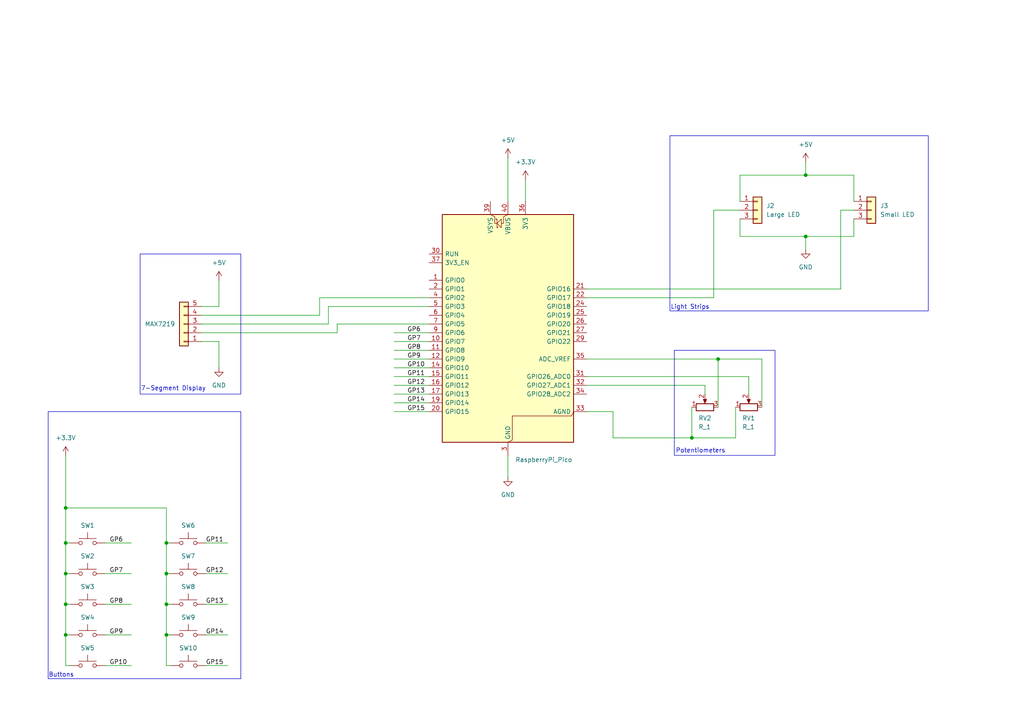
<source format=kicad_sch>
(kicad_sch (version 20250114) (generator "eeschema") (generator_version "9.0")
  (paper "A4")
  (lib_symbols
    (symbol "Connector_Generic:Conn_01x03" (pin_names (offset 1.016) (hide yes))
      (property "Reference" "J" (at 0 5.08 0))
      (property "Value" "Conn_01x03" (at 0 -5.08 0))
      (symbol "Conn_01x03_1_1"
        (rectangle (start -1.27 3.81) (end 1.27 -3.81) (stroke (width 0.254)) (fill (type background)))
        (rectangle (start -1.27 2.667) (end 0 2.413) (stroke (width 0.1524)))
        (rectangle (start -1.27 0.127) (end 0 -0.127) (stroke (width 0.1524)))
        (rectangle (start -1.27 -2.413) (end 0 -2.667) (stroke (width 0.1524)))
        (pin passive line (at -5.08 2.54 0) (length 3.81) (name "Pin_1") (number "1"))
        (pin passive line (at -5.08 0 0) (length 3.81) (name "Pin_2") (number "2"))
        (pin passive line (at -5.08 -2.54 0) (length 3.81) (name "Pin_3") (number "3"))
      )
    )
    (symbol "Connector_Generic:Conn_01x05" (pin_names (offset 1.016) (hide yes))
      (property "Reference" "J" (at 0 7.62 0))
      (property "Value" "Conn_01x05" (at 0 -7.62 0))
      (symbol "Conn_01x05_1_1"
        (rectangle (start -1.27 6.35) (end 1.27 -6.35) (stroke (width 0.254)) (fill (type background)))
        (rectangle (start -1.27 5.207) (end 0 4.953) (stroke (width 0.1524)))
        (rectangle (start -1.27 2.667) (end 0 2.413) (stroke (width 0.1524)))
        (rectangle (start -1.27 0.127) (end 0 -0.127) (stroke (width 0.1524)))
        (rectangle (start -1.27 -2.413) (end 0 -2.667) (stroke (width 0.1524)))
        (rectangle (start -1.27 -4.953) (end 0 -5.207) (stroke (width 0.1524)))
        (pin passive line (at -5.08 5.08 0) (length 3.81) (name "Pin_1") (number "1"))
        (pin passive line (at -5.08 2.54 0) (length 3.81) (name "Pin_2") (number "2"))
        (pin passive line (at -5.08 0 0) (length 3.81) (name "Pin_3") (number "3"))
        (pin passive line (at -5.08 -2.54 0) (length 3.81) (name "Pin_4") (number "4"))
        (pin passive line (at -5.08 -5.08 0) (length 3.81) (name "Pin_5") (number "5"))
      )
    )
    (symbol "Device:R_Potentiometer" (pin_names (offset 1.016) (hide yes))
      (property "Reference" "RV" (at -4.445 0 90))
      (property "Value" "R_Potentiometer" (at -2.54 0 90))
      (symbol "R_Potentiometer_0_1"
        (rectangle (start 1.016 2.54) (end -1.016 -2.54) (stroke (width 0.254)))
        (polyline (pts (xy 1.143 0) (xy 2.286 0.508) (xy 2.286 -0.508) (xy 1.143 0)) (fill (type outline)))
        (polyline (pts (xy 2.54 0) (xy 1.524 0)))
      )
      (symbol "R_Potentiometer_1_1"
        (pin passive line (at 0 3.81 270) (length 1.27) (name "1") (number "1"))
        (pin passive line (at 0 -3.81 90) (length 1.27) (name "3") (number "3"))
        (pin passive line (at 3.81 0 180) (length 1.27) (name "2") (number "2"))
      )
    )
    (symbol "MCU_Module:RaspberryPi_Pico" (pin_names (offset 0.762))
      (property "Reference" "A" (at -19.05 35.56 0))
      (property "Value" "RaspberryPi_Pico" (at 7.62 35.56 0))
      (symbol "RaspberryPi_Pico_0_1"
        (rectangle (start -19.05 34.29) (end 19.05 -31.75) (stroke (width 0.254)) (fill (type background)))
        (polyline (pts (xy -5.08 34.29) (xy -3.81 33.655) (xy -3.81 31.75) (xy -3.175 31.75)))
        (polyline (pts (xy -3.429 32.766) (xy -3.429 33.02) (xy -3.175 33.02) (xy -3.175 30.48) (xy -2.921 30.48) (xy -2.921 30.734)))
        (polyline (pts (xy -3.175 31.75) (xy -1.905 33.02) (xy -1.905 30.48) (xy -3.175 31.75)))
        (polyline (pts (xy 0 34.29) (xy -1.27 33.655) (xy -1.27 31.75) (xy -1.905 31.75)))
        (polyline (pts (xy 0 -31.75) (xy 1.27 -31.115) (xy 1.27 -24.13) (xy 18.415 -24.13) (xy 19.05 -22.86)))
      )
      (symbol "RaspberryPi_Pico_1_1"
        (pin passive line (at -22.86 22.86 0) (length 3.81) (name "RUN") (number "30"))
        (pin passive line (at -22.86 20.32 0) (length 3.81) (name "3V3_EN") (number "37"))
        (pin bidirectional line (at -22.86 15.24 0) (length 3.81) (name "GPIO0") (number "1"))
        (pin bidirectional line (at -22.86 12.7 0) (length 3.81) (name "GPIO1") (number "2"))
        (pin bidirectional line (at -22.86 10.16 0) (length 3.81) (name "GPIO2") (number "4"))
        (pin bidirectional line (at -22.86 7.62 0) (length 3.81) (name "GPIO3") (number "5"))
        (pin bidirectional line (at -22.86 5.08 0) (length 3.81) (name "GPIO4") (number "6"))
        (pin bidirectional line (at -22.86 2.54 0) (length 3.81) (name "GPIO5") (number "7"))
        (pin bidirectional line (at -22.86 0 0) (length 3.81) (name "GPIO6") (number "9"))
        (pin bidirectional line (at -22.86 -2.54 0) (length 3.81) (name "GPIO7") (number "10"))
        (pin bidirectional line (at -22.86 -5.08 0) (length 3.81) (name "GPIO8") (number "11"))
        (pin bidirectional line (at -22.86 -7.62 0) (length 3.81) (name "GPIO9") (number "12"))
        (pin bidirectional line (at -22.86 -10.16 0) (length 3.81) (name "GPIO10") (number "14"))
        (pin bidirectional line (at -22.86 -12.7 0) (length 3.81) (name "GPIO11") (number "15"))
        (pin bidirectional line (at -22.86 -15.24 0) (length 3.81) (name "GPIO12") (number "16"))
        (pin bidirectional line (at -22.86 -17.78 0) (length 3.81) (name "GPIO13") (number "17"))
        (pin bidirectional line (at -22.86 -20.32 0) (length 3.81) (name "GPIO14") (number "19"))
        (pin bidirectional line (at -22.86 -22.86 0) (length 3.81) (name "GPIO15") (number "20"))
        (pin power_in line (at -5.08 38.1 270) (length 3.81) (name "VSYS") (number "39"))
        (pin power_out line (at 0 38.1 270) (length 3.81) (name "VBUS") (number "40"))
        (pin passive line (at 0 -35.56 90) (length 3.81) (hide yes) (name "GND") (number "13"))
        (pin passive line (at 0 -35.56 90) (length 3.81) (hide yes) (name "GND") (number "18"))
        (pin passive line (at 0 -35.56 90) (length 3.81) (hide yes) (name "GND") (number "23"))
        (pin passive line (at 0 -35.56 90) (length 3.81) (hide yes) (name "GND") (number "28"))
        (pin power_out line (at 0 -35.56 90) (length 3.81) (name "GND") (number "3"))
        (pin passive line (at 0 -35.56 90) (length 3.81) (hide yes) (name "GND") (number "38"))
        (pin passive line (at 0 -35.56 90) (length 3.81) (hide yes) (name "GND") (number "8"))
        (pin power_out line (at 5.08 38.1 270) (length 3.81) (name "3V3") (number "36"))
        (pin bidirectional line (at 22.86 12.7 180) (length 3.81) (name "GPIO16") (number "21"))
        (pin bidirectional line (at 22.86 10.16 180) (length 3.81) (name "GPIO17") (number "22"))
        (pin bidirectional line (at 22.86 7.62 180) (length 3.81) (name "GPIO18") (number "24"))
        (pin bidirectional line (at 22.86 5.08 180) (length 3.81) (name "GPIO19") (number "25"))
        (pin bidirectional line (at 22.86 2.54 180) (length 3.81) (name "GPIO20") (number "26"))
        (pin bidirectional line (at 22.86 0 180) (length 3.81) (name "GPIO21") (number "27"))
        (pin bidirectional line (at 22.86 -2.54 180) (length 3.81) (name "GPIO22") (number "29"))
        (pin power_in line (at 22.86 -7.62 180) (length 3.81) (name "ADC_VREF") (number "35"))
        (pin bidirectional line (at 22.86 -12.7 180) (length 3.81) (name "GPIO26_ADC0") (number "31"))
        (pin bidirectional line (at 22.86 -15.24 180) (length 3.81) (name "GPIO27_ADC1") (number "32"))
        (pin bidirectional line (at 22.86 -17.78 180) (length 3.81) (name "GPIO28_ADC2") (number "34"))
        (pin power_out line (at 22.86 -22.86 180) (length 3.81) (name "AGND") (number "33"))
      )
    )
    (symbol "Switch:SW_Push" (pin_numbers (hide yes)) (pin_names (offset 1.016) (hide yes))
      (property "Reference" "SW" (at 1.27 2.54 0))
      (property "Value" "SW_Push" (at 0 -1.524 0))
      (symbol "SW_Push_0_1"
        (circle (center -2.032 0) (radius 0.508))
        (polyline (pts (xy 0 1.27) (xy 0 3.048)))
        (circle (center 2.032 0) (radius 0.508))
        (polyline (pts (xy 2.54 1.27) (xy -2.54 1.27)))
        (pin passive line (at -5.08 0 0) (length 2.54) (name "1") (number "1"))
        (pin passive line (at 5.08 0 180) (length 2.54) (name "2") (number "2"))
      )
    )
    (symbol "power:+3.3V" (power) (pin_numbers (hide yes)) (pin_names (offset 0) (hide yes))
      (property "Value" "+3.3V" (at 0 3.556 0))
      (symbol "+3.3V_0_1"
        (polyline (pts (xy -0.762 1.27) (xy 0 2.54)))
        (polyline (pts (xy 0 2.54) (xy 0.762 1.27)))
        (polyline (pts (xy 0 0) (xy 0 2.54)))
      )
      (symbol "+3.3V_1_1"
        (pin power_in line (at 0 0 90) (length 0) (name "~") (number "1"))
      )
    )
    (symbol "power:+5V" (power) (pin_numbers (hide yes)) (pin_names (offset 0) (hide yes))
      (property "Value" "+5V" (at 0 3.556 0))
      (symbol "+5V_0_1"
        (polyline (pts (xy -0.762 1.27) (xy 0 2.54)))
        (polyline (pts (xy 0 2.54) (xy 0.762 1.27)))
        (polyline (pts (xy 0 0) (xy 0 2.54)))
      )
      (symbol "+5V_1_1"
        (pin power_in line (at 0 0 90) (length 0) (name "~") (number "1"))
      )
    )
    (symbol "power:GND" (power) (pin_numbers (hide yes)) (pin_names (offset 0) (hide yes))
      (property "Value" "GND" (at 0 -3.81 0))
      (symbol "GND_0_1"
        (polyline (pts (xy 0 0) (xy 0 -1.27) (xy 1.27 -1.27) (xy 0 -2.54) (xy -1.27 -1.27) (xy 0 -1.27)))
      )
      (symbol "GND_1_1"
        (pin power_in line (at 0 0 270) (length 0) (name "~") (number "1"))
      )
    )
    (symbol "power:VCC" (power) (pin_numbers (hide yes)) (pin_names (offset 0) (hide yes))
      (property "Value" "VCC" (at 0 3.556 0))
      (symbol "VCC_0_1"
        (polyline (pts (xy -0.762 1.27) (xy 0 2.54)))
        (polyline (pts (xy 0 2.54) (xy 0.762 1.27)))
        (polyline (pts (xy 0 0) (xy 0 2.54)))
      )
      (symbol "VCC_1_1"
        (pin power_in line (at 0 0 90) (length 0) (name "~") (number "1"))
      )
    )
  )
  (rectangle (start 195.58 101.6) (end 224.79 132.08))
  (rectangle (start 40.64 73.66) (end 69.85 114.3))
  (rectangle (start 194.31 39.37) (end 269.24 90.17))
  (rectangle (start 13.97 119.38) (end 69.85 196.85))
  (text "Buttons" (at 17.78 195.834 0) (effects (font (size 1.27 1.27))))
  (text "Light Strips" (at 200.152 89.154 0) (effects (font (size 1.27 1.27))))
  (text "7-Segment Display" (at 50.292 112.776 0) (effects (font (size 1.27 1.27))))
  (text "Potentiometers" (at 203.2 130.81 0) (effects (font (size 1.27 1.27))))
  (junction (at 208.28 104.14))
  (junction (at 233.68 50.8))
  (junction (at 48.26 175.26))
  (junction (at 233.68 68.58))
  (junction (at 19.05 184.15))
  (junction (at 19.05 147.32))
  (junction (at 200.66 127))
  (junction (at 19.05 157.48))
  (junction (at 48.26 184.15))
  (junction (at 19.05 175.26))
  (junction (at 19.05 166.37))
  (junction (at 48.26 166.37))
  (junction (at 48.26 157.48))
  (wire (pts (xy 19.05 132.08) (xy 19.05 147.32)))
  (wire (pts (xy 114.3 109.22) (xy 124.46 109.22)))
  (wire (pts (xy 30.48 175.26) (xy 38.1 175.26)))
  (wire (pts (xy 95.25 88.9) (xy 124.46 88.9)))
  (wire (pts (xy 19.05 193.04) (xy 20.32 193.04)))
  (wire (pts (xy 19.05 147.32) (xy 19.05 157.48)))
  (wire (pts (xy 233.68 50.8) (xy 247.65 50.8)))
  (wire (pts (xy 247.65 60.96) (xy 243.84 60.96)))
  (wire (pts (xy 48.26 157.48) (xy 49.53 157.48)))
  (wire (pts (xy 48.26 175.26) (xy 48.26 184.15)))
  (wire (pts (xy 19.05 175.26) (xy 20.32 175.26)))
  (wire (pts (xy 59.69 157.48) (xy 66.04 157.48)))
  (wire (pts (xy 147.32 132.08) (xy 147.32 138.43)))
  (wire (pts (xy 214.63 50.8) (xy 214.63 58.42)))
  (wire (pts (xy 233.68 68.58) (xy 247.65 68.58)))
  (wire (pts (xy 177.8 119.38) (xy 177.8 127)))
  (wire (pts (xy 147.32 45.72) (xy 147.32 58.42)))
  (wire (pts (xy 48.26 193.04) (xy 49.53 193.04)))
  (wire (pts (xy 114.3 101.6) (xy 124.46 101.6)))
  (wire (pts (xy 48.26 166.37) (xy 48.26 175.26)))
  (wire (pts (xy 59.69 193.04) (xy 66.04 193.04)))
  (wire (pts (xy 59.69 166.37) (xy 66.04 166.37)))
  (wire (pts (xy 95.25 93.98) (xy 95.25 88.9)))
  (wire (pts (xy 63.5 88.9) (xy 58.42 88.9)))
  (wire (pts (xy 58.42 91.44) (xy 92.71 91.44)))
  (wire (pts (xy 30.48 184.15) (xy 38.1 184.15)))
  (wire (pts (xy 200.66 118.11) (xy 200.66 127)))
  (wire (pts (xy 48.26 184.15) (xy 49.53 184.15)))
  (wire (pts (xy 48.26 175.26) (xy 49.53 175.26)))
  (wire (pts (xy 19.05 147.32) (xy 48.26 147.32)))
  (wire (pts (xy 30.48 166.37) (xy 38.1 166.37)))
  (wire (pts (xy 48.26 157.48) (xy 48.26 166.37)))
  (wire (pts (xy 114.3 96.52) (xy 124.46 96.52)))
  (wire (pts (xy 19.05 157.48) (xy 19.05 166.37)))
  (wire (pts (xy 19.05 166.37) (xy 20.32 166.37)))
  (wire (pts (xy 170.18 111.76) (xy 204.47 111.76)))
  (wire (pts (xy 170.18 86.36) (xy 207.01 86.36)))
  (wire (pts (xy 58.42 96.52) (xy 97.79 96.52)))
  (wire (pts (xy 59.69 175.26) (xy 66.04 175.26)))
  (wire (pts (xy 19.05 175.26) (xy 19.05 184.15)))
  (wire (pts (xy 247.65 58.42) (xy 247.65 50.8)))
  (wire (pts (xy 97.79 96.52) (xy 97.79 93.98)))
  (wire (pts (xy 204.47 111.76) (xy 204.47 114.3)))
  (wire (pts (xy 214.63 68.58) (xy 233.68 68.58)))
  (wire (pts (xy 220.98 104.14) (xy 220.98 118.11)))
  (wire (pts (xy 214.63 50.8) (xy 233.68 50.8)))
  (wire (pts (xy 58.42 99.06) (xy 63.5 99.06)))
  (wire (pts (xy 114.3 99.06) (xy 124.46 99.06)))
  (wire (pts (xy 59.69 184.15) (xy 66.04 184.15)))
  (wire (pts (xy 243.84 60.96) (xy 243.84 83.82)))
  (wire (pts (xy 58.42 93.98) (xy 95.25 93.98)))
  (wire (pts (xy 63.5 99.06) (xy 63.5 106.68)))
  (wire (pts (xy 114.3 114.3) (xy 124.46 114.3)))
  (wire (pts (xy 97.79 93.98) (xy 124.46 93.98)))
  (wire (pts (xy 30.48 157.48) (xy 38.1 157.48)))
  (wire (pts (xy 63.5 81.28) (xy 63.5 88.9)))
  (wire (pts (xy 177.8 119.38) (xy 170.18 119.38)))
  (wire (pts (xy 200.66 127) (xy 213.36 127)))
  (wire (pts (xy 208.28 104.14) (xy 220.98 104.14)))
  (wire (pts (xy 19.05 184.15) (xy 20.32 184.15)))
  (wire (pts (xy 19.05 157.48) (xy 20.32 157.48)))
  (wire (pts (xy 152.4 52.07) (xy 152.4 58.42)))
  (wire (pts (xy 30.48 193.04) (xy 38.1 193.04)))
  (wire (pts (xy 217.17 109.22) (xy 217.17 114.3)))
  (wire (pts (xy 114.3 116.84) (xy 124.46 116.84)))
  (wire (pts (xy 19.05 166.37) (xy 19.05 175.26)))
  (wire (pts (xy 92.71 91.44) (xy 92.71 86.36)))
  (wire (pts (xy 177.8 127) (xy 200.66 127)))
  (wire (pts (xy 92.71 86.36) (xy 124.46 86.36)))
  (wire (pts (xy 208.28 104.14) (xy 208.28 118.11)))
  (wire (pts (xy 207.01 60.96) (xy 214.63 60.96)))
  (wire (pts (xy 48.26 184.15) (xy 48.26 193.04)))
  (wire (pts (xy 207.01 60.96) (xy 207.01 86.36)))
  (wire (pts (xy 114.3 111.76) (xy 124.46 111.76)))
  (wire (pts (xy 233.68 68.58) (xy 233.68 72.39)))
  (wire (pts (xy 233.68 46.99) (xy 233.68 50.8)))
  (wire (pts (xy 214.63 63.5) (xy 214.63 68.58)))
  (wire (pts (xy 114.3 106.68) (xy 124.46 106.68)))
  (wire (pts (xy 213.36 118.11) (xy 213.36 127)))
  (wire (pts (xy 170.18 83.82) (xy 243.84 83.82)))
  (wire (pts (xy 170.18 109.22) (xy 217.17 109.22)))
  (wire (pts (xy 114.3 119.38) (xy 124.46 119.38)))
  (wire (pts (xy 48.26 166.37) (xy 49.53 166.37)))
  (wire (pts (xy 247.65 63.5) (xy 247.65 68.58)))
  (wire (pts (xy 170.18 104.14) (xy 208.28 104.14)))
  (wire (pts (xy 19.05 184.15) (xy 19.05 193.04)))
  (wire (pts (xy 114.3 104.14) (xy 124.46 104.14)))
  (wire (pts (xy 48.26 147.32) (xy 48.26 157.48)))
  (label "GP7" (at 118.11 99.06 0))
  (label "GP15" (at 118.11 119.38 0))
  (label "GP8" (at 31.75 175.26 0))
  (label "GP14" (at 118.11 116.84 0))
  (label "GP9" (at 31.75 184.15 0))
  (label "GP11" (at 59.69 157.48 0))
  (label "GP12" (at 118.11 111.76 0))
  (label "GP7" (at 31.75 166.37 0))
  (label "GP13" (at 118.11 114.3 0))
  (label "GP8" (at 118.11 101.6 0))
  (label "GP14" (at 59.69 184.15 0))
  (label "GP11" (at 118.11 109.22 0))
  (label "GP12" (at 59.69 166.37 0))
  (label "GP10" (at 31.75 193.04 0))
  (label "GP13" (at 59.69 175.26 0))
  (label "GP15" (at 59.69 193.04 0))
  (label "GP10" (at 118.11 106.68 0))
  (label "GP9" (at 118.11 104.14 0))
  (label "GP6" (at 118.11 96.52 0))
  (label "GP6" (at 31.75 157.48 0))
  (symbol (lib_id "Switch:SW_Push") (at 25.4 184.15 0) (unit 1)
    (property "Reference" "SW4" (at 25.4 179.07 0))
    (property "Value" "SW_Push" (effects (hide yes)))
    (property "Footprint" "Button_Switch_THT:SW_PUSH-12mm" (effects (hide yes)))
    (property "Description" "Push button switch, generic, two pins" (effects (hide yes)))
  )
  (symbol (lib_id "power:GND") (at 147.32 138.43 0) (unit 1)
    (property "Reference" "#PWR03" (effects (hide yes)))
    (property "Value" "GND" (at 147.32 143.51 0))
    (property "Description" "Power symbol creates a global label with name \"GND\" , ground" (effects (hide yes)))
  )
  (symbol (lib_id "Switch:SW_Push") (at 54.61 175.26 0) (unit 1)
    (property "Reference" "SW8" (at 54.61 170.18 0))
    (property "Value" "SW_Push" (effects (hide yes)))
    (property "Footprint" "Button_Switch_THT:SW_PUSH-12mm" (effects (hide yes)))
    (property "Description" "Push button switch, generic, two pins" (effects (hide yes)))
  )
  (symbol (lib_id "Switch:SW_Push") (at 54.61 166.37 0) (unit 1)
    (property "Reference" "SW7" (at 54.61 161.29 0))
    (property "Value" "SW_Push" (effects (hide yes)))
    (property "Footprint" "Button_Switch_THT:SW_PUSH-12mm" (effects (hide yes)))
    (property "Description" "Push button switch, generic, two pins" (effects (hide yes)))
  )
  (symbol (lib_id "Connector_Generic:Conn_01x05") (at 53.34 93.98 180) (unit 1)
    (property "Reference" "J1" (effects (hide yes)))
    (property "Value" "MAX7219" (at 50.8 93.98 0) (effects (justify left)))
    (property "Footprint" "Connector_PinSocket_2.54mm:PinSocket_1x05_P2.54mm_Vertical" (effects (hide yes)))
    (property "Description" "Generic connector, single row, 01x05, script generated (kicad-library-utils/schlib/autogen/connector/)" (effects (hide yes)))
  )
  (symbol (lib_id "Connector_Generic:Conn_01x03") (at 252.73 60.96 0) (unit 1)
    (property "Reference" "J3" (at 255.27 59.6899 0) (effects (justify left)))
    (property "Value" "Small LED" (at 255.27 62.2299 0) (effects (justify left)))
    (property "Footprint" "Connector_JST:JST_PH_B3B-PH-K_1x03_P2.00mm_Vertical" (effects (hide yes)))
    (property "Description" "Generic connector, single row, 01x03, script generated (kicad-library-utils/schlib/autogen/connector/)" (effects (hide yes)))
  )
  (symbol (lib_id "power:GND") (at 233.68 72.39 0) (unit 1)
    (property "Reference" "#PWR07" (effects (hide yes)))
    (property "Value" "GND" (at 233.68 77.47 0))
    (property "Description" "Power symbol creates a global label with name \"GND\" , ground" (effects (hide yes)))
  )
  (symbol (lib_id "power:+3.3V") (at 152.4 52.07 0) (unit 1)
    (property "Reference" "#PWR05" (effects (hide yes)))
    (property "Value" "+3.3V" (at 152.4 46.99 0))
    (property "Description" "Power symbol creates a global label with name \"+3.3V\"" (effects (hide yes)))
  )
  (symbol (lib_id "power:VCC") (at 63.5 81.28 0) (unit 1)
    (property "Reference" "#PWR02" (effects (hide yes)))
    (property "Value" "+5V" (at 63.5 76.2 0))
    (property "Description" "Power symbol creates a global label with name \"VCC\"" (effects (hide yes)))
  )
  (symbol (lib_id "Switch:SW_Push") (at 25.4 157.48 0) (unit 1)
    (property "Reference" "SW1" (at 25.4 152.4 0))
    (property "Value" "SW_Push" (effects (hide yes)))
    (property "Footprint" "Button_Switch_THT:SW_PUSH-12mm" (effects (hide yes)))
    (property "Description" "Push button switch, generic, two pins" (effects (hide yes)))
  )
  (symbol (lib_id "power:GND") (at 63.5 106.68 0) (unit 1)
    (property "Reference" "#PWR01" (effects (hide yes)))
    (property "Value" "GND" (at 63.5 111.76 0))
    (property "Description" "Power symbol creates a global label with name \"GND\" , ground" (effects (hide yes)))
  )
  (symbol (lib_id "Device:R_Potentiometer") (at 217.17 118.11 90) (unit 1)
    (property "Reference" "RV1" (at 215.265 121.2849 90) (effects (justify right)))
    (property "Value" "R_1" (at 215.265 123.8249 90) (effects (justify right)))
    (property "Footprint" "Connector_PinHeader_2.54mm:PinHeader_1x03_P2.54mm_Vertical" (effects (hide yes)))
    (property "Description" "Potentiometer" (effects (hide yes)))
  )
  (symbol (lib_id "Switch:SW_Push") (at 25.4 193.04 0) (unit 1)
    (property "Reference" "SW5" (at 25.4 187.96 0))
    (property "Value" "SW_Push" (effects (hide yes)))
    (property "Footprint" "Button_Switch_THT:SW_PUSH-12mm" (effects (hide yes)))
    (property "Description" "Push button switch, generic, two pins" (effects (hide yes)))
  )
  (symbol (lib_id "Switch:SW_Push") (at 54.61 157.48 0) (unit 1)
    (property "Reference" "SW6" (at 54.61 152.4 0))
    (property "Value" "SW_Push" (effects (hide yes)))
    (property "Footprint" "Button_Switch_THT:SW_PUSH-12mm" (effects (hide yes)))
    (property "Description" "Push button switch, generic, two pins" (effects (hide yes)))
  )
  (symbol (lib_id "MCU_Module:RaspberryPi_Pico") (at 147.32 96.52 0) (unit 1)
    (property "Reference" "A1" (effects (hide yes)))
    (property "Value" "RaspberryPi_Pico" (at 149.4633 133.35 0) (effects (justify left)))
    (property "Footprint" "Module:RaspberryPi_Pico_Common_THT" (effects (hide yes)))
    (property "Datasheet" "https://datasheets.raspberrypi.com/pico/pico-datasheet.pdf" (effects (hide yes)))
    (property "Description" "Versatile and inexpensive microcontroller module powered by RP2040 dual-core Arm Cortex-M0+ processor up to 133 MHz, 264kB SRAM, 2MB QSPI flash; also supports Raspberry Pi Pico 2" (effects (hide yes)))
  )
  (symbol (lib_id "power:+3.3V") (at 19.05 132.08 0) (unit 1)
    (property "Reference" "#PWR08" (effects (hide yes)))
    (property "Value" "+3.3V" (at 19.05 127 0))
    (property "Description" "Power symbol creates a global label with name \"+3.3V\"" (effects (hide yes)))
  )
  (symbol (lib_id "Switch:SW_Push") (at 25.4 166.37 0) (unit 1)
    (property "Reference" "SW2" (at 25.4 161.29 0))
    (property "Value" "SW_Push" (effects (hide yes)))
    (property "Footprint" "Button_Switch_THT:SW_PUSH-12mm" (effects (hide yes)))
    (property "Description" "Push button switch, generic, two pins" (effects (hide yes)))
  )
  (symbol (lib_id "Connector_Generic:Conn_01x03") (at 219.71 60.96 0) (unit 1)
    (property "Reference" "J2" (at 222.25 59.6899 0) (effects (justify left)))
    (property "Value" "Large LED" (at 222.25 62.2299 0) (effects (justify left)))
    (property "Footprint" "Connector_JST:JST_PH_B3B-PH-K_1x03_P2.00mm_Vertical" (effects (hide yes)))
    (property "Description" "Generic connector, single row, 01x03, script generated (kicad-library-utils/schlib/autogen/connector/)" (effects (hide yes)))
  )
  (symbol (lib_id "power:+5V") (at 233.68 46.99 0) (unit 1)
    (property "Reference" "#PWR06" (effects (hide yes)))
    (property "Value" "+5V" (at 233.68 41.91 0))
    (property "Description" "Power symbol creates a global label with name \"+5V\"" (effects (hide yes)))
  )
  (symbol (lib_id "Device:R_Potentiometer") (at 204.47 118.11 90) (unit 1)
    (property "Reference" "RV2" (at 202.565 121.2849 90) (effects (justify right)))
    (property "Value" "R_1" (at 202.565 123.8249 90) (effects (justify right)))
    (property "Footprint" "Connector_PinHeader_2.54mm:PinHeader_1x03_P2.54mm_Vertical" (effects (hide yes)))
    (property "Description" "Potentiometer" (effects (hide yes)))
  )
  (symbol (lib_id "Switch:SW_Push") (at 54.61 193.04 0) (unit 1)
    (property "Reference" "SW10" (at 54.61 187.96 0))
    (property "Value" "SW_Push" (effects (hide yes)))
    (property "Footprint" "Button_Switch_THT:SW_PUSH-12mm" (effects (hide yes)))
    (property "Description" "Push button switch, generic, two pins" (effects (hide yes)))
  )
  (symbol (lib_id "power:+5V") (at 147.32 45.72 0) (unit 1)
    (property "Reference" "#PWR04" (effects (hide yes)))
    (property "Value" "+5V" (at 147.32 40.64 0))
    (property "Description" "Power symbol creates a global label with name \"+5V\"" (effects (hide yes)))
  )
  (symbol (lib_id "Switch:SW_Push") (at 25.4 175.26 0) (unit 1)
    (property "Reference" "SW3" (at 25.4 170.18 0))
    (property "Value" "SW_Push" (effects (hide yes)))
    (property "Footprint" "Button_Switch_THT:SW_PUSH-12mm" (effects (hide yes)))
    (property "Description" "Push button switch, generic, two pins" (effects (hide yes)))
  )
  (symbol (lib_id "Switch:SW_Push") (at 54.61 184.15 0) (unit 1)
    (property "Reference" "SW9" (at 54.61 179.07 0))
    (property "Value" "SW_Push" (effects (hide yes)))
    (property "Footprint" "Button_Switch_THT:SW_PUSH-12mm" (effects (hide yes)))
    (property "Description" "Push button switch, generic, two pins" (effects (hide yes)))
  )
)
</source>
